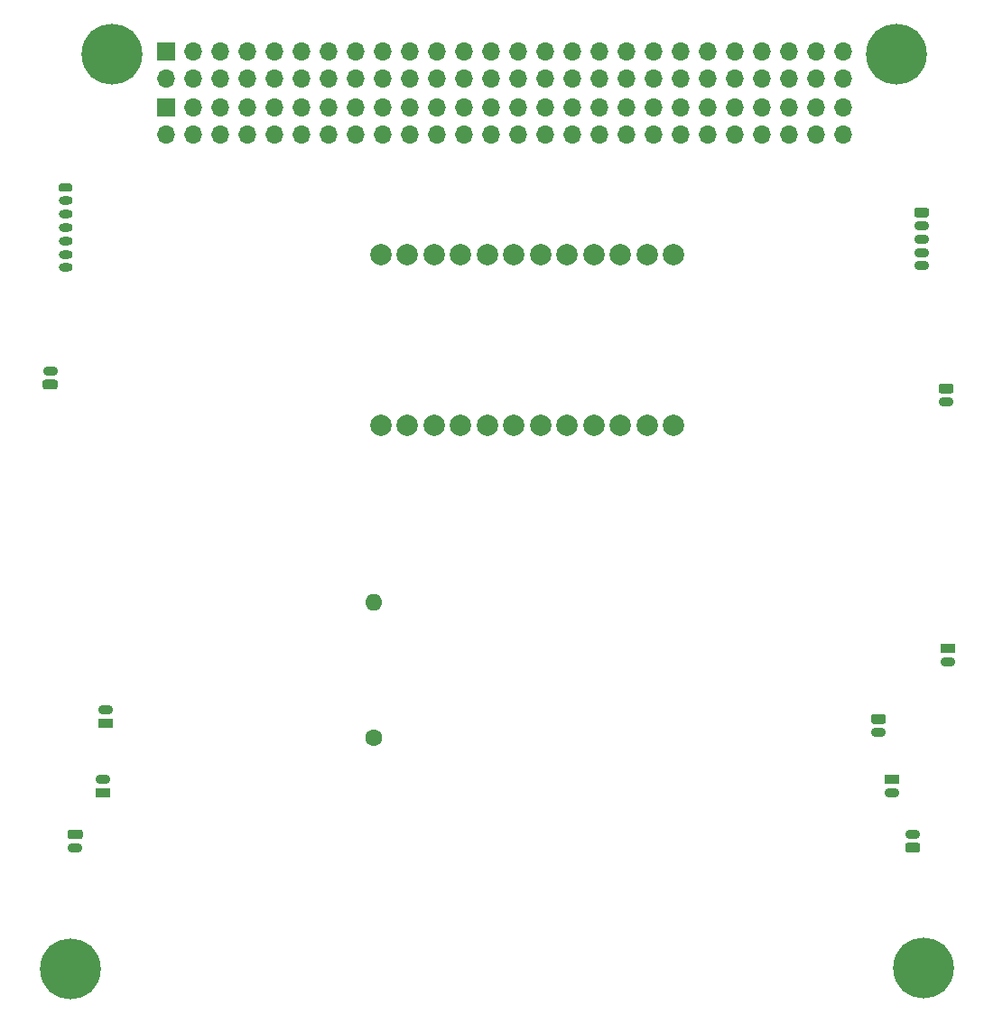
<source format=gbr>
%TF.GenerationSoftware,KiCad,Pcbnew,(5.1.12)-1*%
%TF.CreationDate,2022-07-05T07:26:00-06:00*%
%TF.ProjectId,RADSAT-SK Timer 2,52414453-4154-42d5-934b-2054696d6572,rev?*%
%TF.SameCoordinates,PX7735940PY2faf080*%
%TF.FileFunction,Soldermask,Bot*%
%TF.FilePolarity,Negative*%
%FSLAX46Y46*%
G04 Gerber Fmt 4.6, Leading zero omitted, Abs format (unit mm)*
G04 Created by KiCad (PCBNEW (5.1.12)-1) date 2022-07-05 07:26:00*
%MOMM*%
%LPD*%
G01*
G04 APERTURE LIST*
%ADD10O,1.600000X1.600000*%
%ADD11C,1.600000*%
%ADD12C,2.000000*%
%ADD13O,1.400000X0.900000*%
%ADD14O,1.700000X1.700000*%
%ADD15R,1.700000X1.700000*%
%ADD16C,5.700000*%
%ADD17C,3.600000*%
%ADD18O,1.300000X0.800000*%
%ADD19R,1.400000X0.900000*%
G04 APERTURE END LIST*
D10*
%TO.C,R111*%
X-56680000Y-56490000D03*
D11*
X-56680000Y-69190000D03*
%TD*%
D12*
%TO.C,U102*%
X-41040000Y-39850000D03*
X-38540000Y-39850000D03*
X-36040000Y-39850000D03*
X-56040000Y-39850000D03*
X-33540000Y-39850000D03*
X-31040000Y-39850000D03*
X-53540000Y-39850000D03*
X-46040000Y-39850000D03*
X-51040000Y-39850000D03*
X-48540000Y-39850000D03*
X-43540000Y-39850000D03*
X-28540000Y-39850000D03*
X-28540000Y-23850000D03*
X-31040000Y-23850000D03*
X-33540000Y-23850000D03*
X-36040000Y-23850000D03*
X-38540000Y-23850000D03*
X-41040000Y-23850000D03*
X-43540000Y-23850000D03*
X-46040000Y-23850000D03*
X-48540000Y-23850000D03*
X-51040000Y-23850000D03*
X-53540000Y-23850000D03*
X-56040000Y-23850000D03*
%TD*%
D13*
%TO.C,J202*%
X-5310000Y-24920000D03*
X-5310000Y-23670000D03*
X-5310000Y-22420000D03*
X-5310000Y-21170000D03*
G36*
G01*
X-5785000Y-19470000D02*
X-4835000Y-19470000D01*
G75*
G02*
X-4610000Y-19695000I0J-225000D01*
G01*
X-4610000Y-20145000D01*
G75*
G02*
X-4835000Y-20370000I-225000J0D01*
G01*
X-5785000Y-20370000D01*
G75*
G02*
X-6010000Y-20145000I0J225000D01*
G01*
X-6010000Y-19695000D01*
G75*
G02*
X-5785000Y-19470000I225000J0D01*
G01*
G37*
%TD*%
D14*
%TO.C,J207*%
X-12620000Y-7350000D03*
X-12620000Y-4810000D03*
X-15160000Y-7350000D03*
X-15160000Y-4810000D03*
X-17700000Y-7350000D03*
X-17700000Y-4810000D03*
X-20240000Y-7350000D03*
X-20240000Y-4810000D03*
X-22780000Y-7350000D03*
X-22780000Y-4810000D03*
X-25320000Y-7350000D03*
X-25320000Y-4810000D03*
X-27860000Y-7350000D03*
X-27860000Y-4810000D03*
X-30400000Y-7350000D03*
X-30400000Y-4810000D03*
X-32940000Y-7350000D03*
X-32940000Y-4810000D03*
X-35480000Y-7350000D03*
X-35480000Y-4810000D03*
X-38020000Y-7350000D03*
X-38020000Y-4810000D03*
X-40560000Y-7350000D03*
X-40560000Y-4810000D03*
X-43100000Y-7350000D03*
X-43100000Y-4810000D03*
X-45640000Y-7350000D03*
X-45640000Y-4810000D03*
X-48180000Y-7350000D03*
X-48180000Y-4810000D03*
X-50720000Y-7350000D03*
X-50720000Y-4810000D03*
X-53260000Y-7350000D03*
X-53260000Y-4810000D03*
X-55800000Y-7350000D03*
X-55800000Y-4810000D03*
X-58340000Y-7350000D03*
X-58340000Y-4810000D03*
X-60880000Y-7350000D03*
X-60880000Y-4810000D03*
X-63420000Y-7350000D03*
X-63420000Y-4810000D03*
X-65960000Y-7350000D03*
X-65960000Y-4810000D03*
X-68500000Y-7350000D03*
X-68500000Y-4810000D03*
X-71040000Y-7350000D03*
X-71040000Y-4810000D03*
X-73580000Y-7350000D03*
X-73580000Y-4810000D03*
X-76120000Y-7350000D03*
D15*
X-76120000Y-4810000D03*
%TD*%
D14*
%TO.C,J208*%
X-12620000Y-12620000D03*
X-12620000Y-10080000D03*
X-15160000Y-12620000D03*
X-15160000Y-10080000D03*
X-17700000Y-12620000D03*
X-17700000Y-10080000D03*
X-20240000Y-12620000D03*
X-20240000Y-10080000D03*
X-22780000Y-12620000D03*
X-22780000Y-10080000D03*
X-25320000Y-12620000D03*
X-25320000Y-10080000D03*
X-27860000Y-12620000D03*
X-27860000Y-10080000D03*
X-30400000Y-12620000D03*
X-30400000Y-10080000D03*
X-32940000Y-12620000D03*
X-32940000Y-10080000D03*
X-35480000Y-12620000D03*
X-35480000Y-10080000D03*
X-38020000Y-12620000D03*
X-38020000Y-10080000D03*
X-40560000Y-12620000D03*
X-40560000Y-10080000D03*
X-43100000Y-12620000D03*
X-43100000Y-10080000D03*
X-45640000Y-12620000D03*
X-45640000Y-10080000D03*
X-48180000Y-12620000D03*
X-48180000Y-10080000D03*
X-50720000Y-12620000D03*
X-50720000Y-10080000D03*
X-53260000Y-12620000D03*
X-53260000Y-10080000D03*
X-55800000Y-12620000D03*
X-55800000Y-10080000D03*
X-58340000Y-12620000D03*
X-58340000Y-10080000D03*
X-60880000Y-12620000D03*
X-60880000Y-10080000D03*
X-63420000Y-12620000D03*
X-63420000Y-10080000D03*
X-65960000Y-12620000D03*
X-65960000Y-10080000D03*
X-68500000Y-12620000D03*
X-68500000Y-10080000D03*
X-71040000Y-12620000D03*
X-71040000Y-10080000D03*
X-73580000Y-12620000D03*
X-73580000Y-10080000D03*
X-76120000Y-12620000D03*
D15*
X-76120000Y-10080000D03*
%TD*%
D16*
%TO.C,H102*%
X-7650000Y-5070000D03*
D17*
X-7650000Y-5070000D03*
%TD*%
%TO.C,J201*%
G36*
G01*
X-86040000Y-17170000D02*
X-85140000Y-17170000D01*
G75*
G02*
X-84940000Y-17370000I0J-200000D01*
G01*
X-84940000Y-17770000D01*
G75*
G02*
X-85140000Y-17970000I-200000J0D01*
G01*
X-86040000Y-17970000D01*
G75*
G02*
X-86240000Y-17770000I0J200000D01*
G01*
X-86240000Y-17370000D01*
G75*
G02*
X-86040000Y-17170000I200000J0D01*
G01*
G37*
D18*
X-85590000Y-18820000D03*
X-85590000Y-20070000D03*
X-85590000Y-21320000D03*
X-85590000Y-22570000D03*
X-85590000Y-23820000D03*
X-85590000Y-25070000D03*
%TD*%
%TO.C,SW201*%
G36*
G01*
X-9815000Y-66950000D02*
X-8865000Y-66950000D01*
G75*
G02*
X-8640000Y-67175000I0J-225000D01*
G01*
X-8640000Y-67625000D01*
G75*
G02*
X-8865000Y-67850000I-225000J0D01*
G01*
X-9815000Y-67850000D01*
G75*
G02*
X-10040000Y-67625000I0J225000D01*
G01*
X-10040000Y-67175000D01*
G75*
G02*
X-9815000Y-66950000I225000J0D01*
G01*
G37*
D13*
X-9340000Y-68650000D03*
%TD*%
D16*
%TO.C,H103*%
X-5120000Y-90760000D03*
D17*
X-5120000Y-90760000D03*
%TD*%
D13*
%TO.C,SW206*%
X-6140000Y-78220000D03*
G36*
G01*
X-5665000Y-79920000D02*
X-6615000Y-79920000D01*
G75*
G02*
X-6840000Y-79695000I0J225000D01*
G01*
X-6840000Y-79245000D01*
G75*
G02*
X-6615000Y-79020000I225000J0D01*
G01*
X-5665000Y-79020000D01*
G75*
G02*
X-5440000Y-79245000I0J-225000D01*
G01*
X-5440000Y-79695000D01*
G75*
G02*
X-5665000Y-79920000I-225000J0D01*
G01*
G37*
%TD*%
D19*
%TO.C,SW202*%
X-8060000Y-73040000D03*
D13*
X-8060000Y-74290000D03*
%TD*%
%TO.C,J205*%
X-2996000Y-37672800D03*
G36*
G01*
X-3471000Y-35972800D02*
X-2521000Y-35972800D01*
G75*
G02*
X-2296000Y-36197800I0J-225000D01*
G01*
X-2296000Y-36647800D01*
G75*
G02*
X-2521000Y-36872800I-225000J0D01*
G01*
X-3471000Y-36872800D01*
G75*
G02*
X-3696000Y-36647800I0J225000D01*
G01*
X-3696000Y-36197800D01*
G75*
G02*
X-3471000Y-35972800I225000J0D01*
G01*
G37*
%TD*%
%TO.C,SW204*%
X-82090000Y-73040000D03*
D19*
X-82090000Y-74290000D03*
%TD*%
D13*
%TO.C,SW203*%
X-81820000Y-66530000D03*
D19*
X-81820000Y-67780000D03*
%TD*%
D13*
%TO.C,SW205*%
X-84680000Y-79460000D03*
G36*
G01*
X-85155000Y-77760000D02*
X-84205000Y-77760000D01*
G75*
G02*
X-83980000Y-77985000I0J-225000D01*
G01*
X-83980000Y-78435000D01*
G75*
G02*
X-84205000Y-78660000I-225000J0D01*
G01*
X-85155000Y-78660000D01*
G75*
G02*
X-85380000Y-78435000I0J225000D01*
G01*
X-85380000Y-77985000D01*
G75*
G02*
X-85155000Y-77760000I225000J0D01*
G01*
G37*
%TD*%
D16*
%TO.C,H104*%
X-85120000Y-90860000D03*
D17*
X-85120000Y-90860000D03*
%TD*%
%TO.C,J206*%
G36*
G01*
X-86564700Y-36484900D02*
X-87514700Y-36484900D01*
G75*
G02*
X-87739700Y-36259900I0J225000D01*
G01*
X-87739700Y-35809900D01*
G75*
G02*
X-87514700Y-35584900I225000J0D01*
G01*
X-86564700Y-35584900D01*
G75*
G02*
X-86339700Y-35809900I0J-225000D01*
G01*
X-86339700Y-36259900D01*
G75*
G02*
X-86564700Y-36484900I-225000J0D01*
G01*
G37*
D13*
X-87039700Y-34784900D03*
%TD*%
%TO.C,J204*%
X-2808000Y-62027000D03*
D19*
X-2808000Y-60777000D03*
%TD*%
D16*
%TO.C,H101*%
X-81270000Y-5070000D03*
D17*
X-81270000Y-5070000D03*
%TD*%
M02*

</source>
